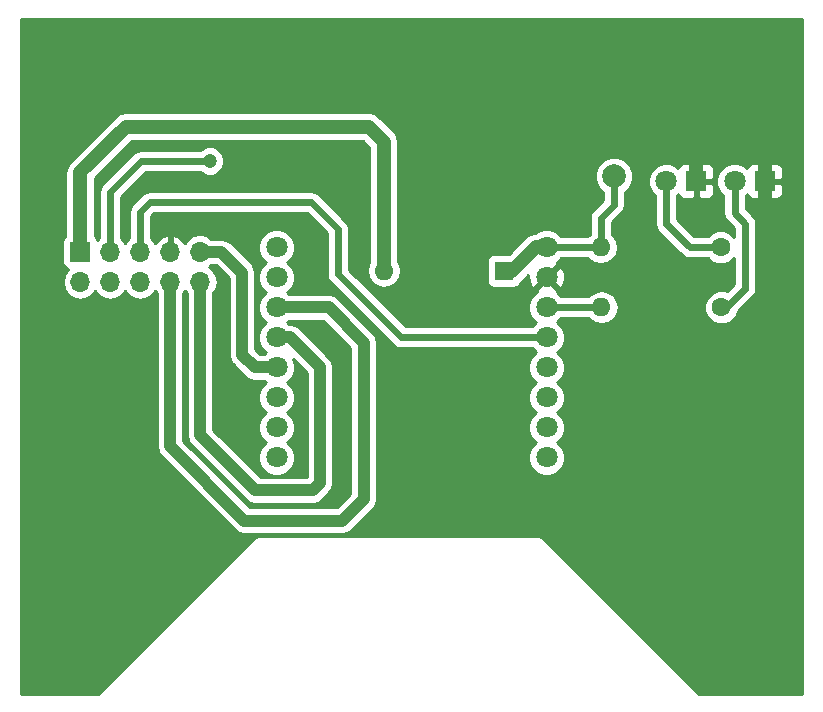
<source format=gbr>
G04 #@! TF.FileFunction,Copper,L2,Bot,Signal*
%FSLAX46Y46*%
G04 Gerber Fmt 4.6, Leading zero omitted, Abs format (unit mm)*
G04 Created by KiCad (PCBNEW 4.0.2+dfsg1-stable) date mié 25 sep 2019 12:34:31 CEST*
%MOMM*%
G01*
G04 APERTURE LIST*
%ADD10C,0.100000*%
%ADD11R,1.800000X1.800000*%
%ADD12C,1.800000*%
%ADD13R,1.600000X1.600000*%
%ADD14O,1.600000X1.600000*%
%ADD15C,1.998980*%
%ADD16R,1.700000X1.700000*%
%ADD17O,1.700000X1.700000*%
%ADD18C,1.600000*%
%ADD19C,1.200000*%
%ADD20C,1.200000*%
%ADD21C,0.600000*%
%ADD22C,1.000000*%
%ADD23C,0.254000*%
G04 APERTURE END LIST*
D10*
D11*
X108712000Y-45821600D03*
D12*
X106172000Y-45821600D03*
D11*
X102920800Y-45821600D03*
D12*
X100380800Y-45821600D03*
D13*
X86639400Y-53416200D03*
D14*
X76479400Y-53416200D03*
D15*
X95961200Y-45415200D03*
D16*
X50761900Y-51816000D03*
D17*
X50761900Y-54356000D03*
X53301900Y-51816000D03*
X53301900Y-54356000D03*
X55841900Y-51816000D03*
X55841900Y-54356000D03*
X58381900Y-51816000D03*
X58381900Y-54356000D03*
X60921900Y-51816000D03*
X60921900Y-54356000D03*
D18*
X105054400Y-56515000D03*
D14*
X94894400Y-56515000D03*
D18*
X104990900Y-51435000D03*
D14*
X94830900Y-51435000D03*
D12*
X67398900Y-51435000D03*
X67398900Y-53975000D03*
X67398900Y-56515000D03*
X67398900Y-59055000D03*
X67398900Y-61595000D03*
X67398900Y-64135000D03*
X67398900Y-66675000D03*
X67398900Y-69215000D03*
X90258900Y-69215000D03*
X90258900Y-66675000D03*
X90258900Y-64135000D03*
X90258900Y-61595000D03*
X90258900Y-59055000D03*
X90258900Y-56515000D03*
X90258900Y-53975000D03*
X90258900Y-51435000D03*
D19*
X93827600Y-67462400D03*
X72694800Y-60706000D03*
X72694800Y-60731400D03*
X69570600Y-63804800D03*
X61747400Y-44119800D03*
D20*
X108712000Y-45821600D02*
X108712000Y-61671200D01*
X102920800Y-67462400D02*
X93827600Y-67462400D01*
X108712000Y-61671200D02*
X102920800Y-67462400D01*
X102920800Y-45821600D02*
X102920800Y-43332400D01*
X108712000Y-43434000D02*
X108712000Y-45821600D01*
X106476800Y-41198800D02*
X108712000Y-43434000D01*
X105054400Y-41198800D02*
X106476800Y-41198800D01*
X102920800Y-43332400D02*
X105054400Y-41198800D01*
X72694800Y-60706000D02*
X72694800Y-60731400D01*
D21*
X105054400Y-56515000D02*
X105486200Y-56515000D01*
X105486200Y-56515000D02*
X107086400Y-54914800D01*
X106172000Y-48514000D02*
X106172000Y-45821600D01*
X107086400Y-49428400D02*
X106172000Y-48514000D01*
X107086400Y-54914800D02*
X107086400Y-49428400D01*
X105054400Y-56515000D02*
X105562400Y-56515000D01*
X100380800Y-45821600D02*
X100380800Y-49428400D01*
X102387400Y-51435000D02*
X104990900Y-51435000D01*
X100380800Y-49428400D02*
X102387400Y-51435000D01*
X94830900Y-51435000D02*
X94830900Y-48933100D01*
X95961200Y-47802800D02*
X95961200Y-45415200D01*
X94830900Y-48933100D02*
X95961200Y-47802800D01*
D20*
X86639400Y-53416200D02*
X87356600Y-53416200D01*
X87356600Y-53416200D02*
X89337800Y-51435000D01*
X89337800Y-51435000D02*
X90258900Y-51435000D01*
D21*
X90258900Y-51435000D02*
X94830900Y-51435000D01*
D20*
X76479400Y-53416200D02*
X76479400Y-42468800D01*
X50761900Y-45072300D02*
X50761900Y-51816000D01*
X54610000Y-41224200D02*
X50761900Y-45072300D01*
X75234800Y-41224200D02*
X54610000Y-41224200D01*
X76479400Y-42468800D02*
X75234800Y-41224200D01*
D22*
X50761900Y-51816000D02*
X50761900Y-51562000D01*
D21*
X53301900Y-51816000D02*
X53301900Y-46748700D01*
X55930800Y-44119800D02*
X61747400Y-44119800D01*
X53301900Y-46748700D02*
X55930800Y-44119800D01*
X55841900Y-51816000D02*
X55841900Y-48425100D01*
X77927200Y-59055000D02*
X90258900Y-59055000D01*
X72567800Y-53695600D02*
X77927200Y-59055000D01*
X72567800Y-49834800D02*
X72567800Y-53695600D01*
X70332600Y-47599600D02*
X72567800Y-49834800D01*
X56667400Y-47599600D02*
X70332600Y-47599600D01*
X55841900Y-48425100D02*
X56667400Y-47599600D01*
X55841900Y-51816000D02*
X55841900Y-51650500D01*
X55841900Y-51816000D02*
X55841900Y-51269900D01*
D22*
X58381900Y-54356000D02*
X58381900Y-68287900D01*
X71805800Y-56515000D02*
X67398900Y-56515000D01*
X74777600Y-59486800D02*
X71805800Y-56515000D01*
X74777600Y-72745600D02*
X74777600Y-59486800D01*
X72948800Y-74574400D02*
X74777600Y-72745600D01*
X64668400Y-74574400D02*
X72948800Y-74574400D01*
X58381900Y-68287900D02*
X64668400Y-74574400D01*
X60921900Y-51816000D02*
X62699900Y-51816000D01*
X65557400Y-61595000D02*
X67398900Y-61595000D01*
X64477900Y-60515500D02*
X65557400Y-61595000D01*
X64477900Y-53594000D02*
X64477900Y-60515500D01*
X62699900Y-51816000D02*
X64477900Y-53594000D01*
X60921900Y-54356000D02*
X60921900Y-67322700D01*
X68554600Y-59055000D02*
X67398900Y-59055000D01*
X71069200Y-61569600D02*
X68554600Y-59055000D01*
X71069200Y-71374000D02*
X71069200Y-61569600D01*
X70459600Y-71983600D02*
X71069200Y-71374000D01*
X65582800Y-71983600D02*
X70459600Y-71983600D01*
X60921900Y-67322700D02*
X65582800Y-71983600D01*
D21*
X90258900Y-56515000D02*
X94894400Y-56515000D01*
D23*
G36*
X111913600Y-89206000D02*
X103164092Y-89206000D01*
X90062446Y-76104354D01*
X89832105Y-75950446D01*
X89560400Y-75896400D01*
X65887600Y-75896400D01*
X65615895Y-75950446D01*
X65385554Y-76104354D01*
X52283908Y-89206000D01*
X45769600Y-89206000D01*
X45769600Y-50966000D01*
X49264460Y-50966000D01*
X49264460Y-52666000D01*
X49308738Y-52901317D01*
X49447810Y-53117441D01*
X49660010Y-53262431D01*
X49716354Y-53273841D01*
X49711846Y-53276853D01*
X49389939Y-53758622D01*
X49276900Y-54326907D01*
X49276900Y-54385093D01*
X49389939Y-54953378D01*
X49711846Y-55435147D01*
X50193615Y-55757054D01*
X50761900Y-55870093D01*
X51330185Y-55757054D01*
X51811954Y-55435147D01*
X52031900Y-55105974D01*
X52251846Y-55435147D01*
X52733615Y-55757054D01*
X53301900Y-55870093D01*
X53870185Y-55757054D01*
X54351954Y-55435147D01*
X54571900Y-55105974D01*
X54791846Y-55435147D01*
X55273615Y-55757054D01*
X55841900Y-55870093D01*
X56410185Y-55757054D01*
X56891954Y-55435147D01*
X57111900Y-55105974D01*
X57246900Y-55308016D01*
X57246900Y-68287900D01*
X57333297Y-68722246D01*
X57459425Y-68911009D01*
X57579334Y-69090466D01*
X63865834Y-75376967D01*
X64234055Y-75623004D01*
X64668400Y-75709400D01*
X72948800Y-75709400D01*
X73383146Y-75623003D01*
X73751366Y-75376966D01*
X75580166Y-73548166D01*
X75826203Y-73179946D01*
X75912600Y-72745600D01*
X75912600Y-59486800D01*
X75826203Y-59052454D01*
X75580166Y-58684234D01*
X72608366Y-55712434D01*
X72591369Y-55701077D01*
X72240146Y-55466397D01*
X71805800Y-55380000D01*
X68434805Y-55380000D01*
X68299718Y-55244677D01*
X68699451Y-54845643D01*
X68933633Y-54281670D01*
X68934165Y-53671009D01*
X68700968Y-53106629D01*
X68299718Y-52704677D01*
X68699451Y-52305643D01*
X68933633Y-51741670D01*
X68934165Y-51131009D01*
X68700968Y-50566629D01*
X68269543Y-50134449D01*
X67705570Y-49900267D01*
X67094909Y-49899735D01*
X66530529Y-50132932D01*
X66098349Y-50564357D01*
X65864167Y-51128330D01*
X65863635Y-51738991D01*
X66096832Y-52303371D01*
X66498082Y-52705323D01*
X66098349Y-53104357D01*
X65864167Y-53668330D01*
X65863635Y-54278991D01*
X66096832Y-54843371D01*
X66498082Y-55245323D01*
X66098349Y-55644357D01*
X65864167Y-56208330D01*
X65863635Y-56818991D01*
X66096832Y-57383371D01*
X66498082Y-57785323D01*
X66098349Y-58184357D01*
X65864167Y-58748330D01*
X65863635Y-59358991D01*
X66096832Y-59923371D01*
X66498082Y-60325323D01*
X66363169Y-60460000D01*
X66027533Y-60460000D01*
X65612900Y-60045368D01*
X65612900Y-53594000D01*
X65526503Y-53159654D01*
X65280466Y-52791434D01*
X63502466Y-51013434D01*
X63426067Y-50962386D01*
X63134246Y-50767397D01*
X62699900Y-50681000D01*
X61888364Y-50681000D01*
X61490185Y-50414946D01*
X60921900Y-50301907D01*
X60353615Y-50414946D01*
X59871846Y-50736853D01*
X59644198Y-51077553D01*
X59577083Y-50934642D01*
X59148824Y-50544355D01*
X58738790Y-50374524D01*
X58508900Y-50495845D01*
X58508900Y-51689000D01*
X58528900Y-51689000D01*
X58528900Y-51943000D01*
X58508900Y-51943000D01*
X58508900Y-51963000D01*
X58254900Y-51963000D01*
X58254900Y-51943000D01*
X58234900Y-51943000D01*
X58234900Y-51689000D01*
X58254900Y-51689000D01*
X58254900Y-50495845D01*
X58025010Y-50374524D01*
X57614976Y-50544355D01*
X57186717Y-50934642D01*
X57119602Y-51077553D01*
X56891954Y-50736853D01*
X56776900Y-50659977D01*
X56776900Y-48812390D01*
X57054690Y-48534600D01*
X69945310Y-48534600D01*
X71632800Y-50222090D01*
X71632800Y-53695600D01*
X71703973Y-54053409D01*
X71906655Y-54356745D01*
X77266055Y-59716145D01*
X77569391Y-59918827D01*
X77927200Y-59990000D01*
X89023345Y-59990000D01*
X89358082Y-60325323D01*
X88958349Y-60724357D01*
X88724167Y-61288330D01*
X88723635Y-61898991D01*
X88956832Y-62463371D01*
X89358082Y-62865323D01*
X88958349Y-63264357D01*
X88724167Y-63828330D01*
X88723635Y-64438991D01*
X88956832Y-65003371D01*
X89358082Y-65405323D01*
X88958349Y-65804357D01*
X88724167Y-66368330D01*
X88723635Y-66978991D01*
X88956832Y-67543371D01*
X89358082Y-67945323D01*
X88958349Y-68344357D01*
X88724167Y-68908330D01*
X88723635Y-69518991D01*
X88956832Y-70083371D01*
X89388257Y-70515551D01*
X89952230Y-70749733D01*
X90562891Y-70750265D01*
X91127271Y-70517068D01*
X91559451Y-70085643D01*
X91793633Y-69521670D01*
X91794165Y-68911009D01*
X91560968Y-68346629D01*
X91159718Y-67944677D01*
X91559451Y-67545643D01*
X91793633Y-66981670D01*
X91794165Y-66371009D01*
X91560968Y-65806629D01*
X91159718Y-65404677D01*
X91559451Y-65005643D01*
X91793633Y-64441670D01*
X91794165Y-63831009D01*
X91560968Y-63266629D01*
X91159718Y-62864677D01*
X91559451Y-62465643D01*
X91793633Y-61901670D01*
X91794165Y-61291009D01*
X91560968Y-60726629D01*
X91159718Y-60324677D01*
X91559451Y-59925643D01*
X91793633Y-59361670D01*
X91794165Y-58751009D01*
X91560968Y-58186629D01*
X91159718Y-57784677D01*
X91494981Y-57450000D01*
X93798336Y-57450000D01*
X93851589Y-57529698D01*
X94317136Y-57840767D01*
X94866287Y-57950000D01*
X94922513Y-57950000D01*
X95471664Y-57840767D01*
X95937211Y-57529698D01*
X96248280Y-57064151D01*
X96357513Y-56515000D01*
X96248280Y-55965849D01*
X95937211Y-55500302D01*
X95471664Y-55189233D01*
X94922513Y-55080000D01*
X94866287Y-55080000D01*
X94317136Y-55189233D01*
X93851589Y-55500302D01*
X93798336Y-55580000D01*
X91494455Y-55580000D01*
X91129543Y-55214449D01*
X91108706Y-55205797D01*
X91159454Y-55055159D01*
X90258900Y-54154605D01*
X89358346Y-55055159D01*
X89408935Y-55205327D01*
X89390529Y-55212932D01*
X88958349Y-55644357D01*
X88724167Y-56208330D01*
X88723635Y-56818991D01*
X88956832Y-57383371D01*
X89358082Y-57785323D01*
X89022819Y-58120000D01*
X78314490Y-58120000D01*
X73502800Y-53308310D01*
X73502800Y-49834800D01*
X73431627Y-49476991D01*
X73228945Y-49173655D01*
X70993745Y-46938455D01*
X70690409Y-46735773D01*
X70332600Y-46664600D01*
X56667400Y-46664600D01*
X56309591Y-46735773D01*
X56006255Y-46938455D01*
X55180755Y-47763955D01*
X54978073Y-48067291D01*
X54906900Y-48425100D01*
X54906900Y-50659977D01*
X54791846Y-50736853D01*
X54571900Y-51066026D01*
X54351954Y-50736853D01*
X54236900Y-50659977D01*
X54236900Y-47135990D01*
X56318090Y-45054800D01*
X60935738Y-45054800D01*
X61046915Y-45166171D01*
X61500666Y-45354585D01*
X61991979Y-45355014D01*
X62446057Y-45167392D01*
X62793771Y-44820285D01*
X62982185Y-44366534D01*
X62982614Y-43875221D01*
X62794992Y-43421143D01*
X62447885Y-43073429D01*
X61994134Y-42885015D01*
X61502821Y-42884586D01*
X61048743Y-43072208D01*
X60935954Y-43184800D01*
X55930800Y-43184800D01*
X55572991Y-43255973D01*
X55269655Y-43458655D01*
X52640755Y-46087555D01*
X52438073Y-46390891D01*
X52366900Y-46748700D01*
X52366900Y-50659977D01*
X52251846Y-50736853D01*
X52224050Y-50778452D01*
X52215062Y-50730683D01*
X52075990Y-50514559D01*
X51996900Y-50460519D01*
X51996900Y-45583854D01*
X55121554Y-42459200D01*
X74723246Y-42459200D01*
X75244400Y-42980354D01*
X75244400Y-52689133D01*
X75125520Y-52867049D01*
X75016287Y-53416200D01*
X75125520Y-53965351D01*
X75436589Y-54430898D01*
X75902136Y-54741967D01*
X76451287Y-54851200D01*
X76507513Y-54851200D01*
X77056664Y-54741967D01*
X77522211Y-54430898D01*
X77833280Y-53965351D01*
X77942513Y-53416200D01*
X77833280Y-52867049D01*
X77714400Y-52689133D01*
X77714400Y-52616200D01*
X85191960Y-52616200D01*
X85191960Y-54216200D01*
X85236238Y-54451517D01*
X85375310Y-54667641D01*
X85587510Y-54812631D01*
X85839400Y-54863640D01*
X87439400Y-54863640D01*
X87674717Y-54819362D01*
X87890841Y-54680290D01*
X88035831Y-54468090D01*
X88047296Y-54411473D01*
X88229877Y-54289477D01*
X88715367Y-53803987D01*
X88738061Y-54344460D01*
X88922257Y-54789148D01*
X89178741Y-54875554D01*
X90079295Y-53975000D01*
X90438505Y-53975000D01*
X91339059Y-54875554D01*
X91595543Y-54789148D01*
X91805358Y-54215664D01*
X91779739Y-53605540D01*
X91595543Y-53160852D01*
X91339059Y-53074446D01*
X90438505Y-53975000D01*
X90079295Y-53975000D01*
X90065153Y-53960858D01*
X90244758Y-53781253D01*
X90258900Y-53795395D01*
X91159454Y-52894841D01*
X91108865Y-52744673D01*
X91127271Y-52737068D01*
X91494981Y-52370000D01*
X93734836Y-52370000D01*
X93788089Y-52449698D01*
X94253636Y-52760767D01*
X94802787Y-52870000D01*
X94859013Y-52870000D01*
X95408164Y-52760767D01*
X95873711Y-52449698D01*
X96184780Y-51984151D01*
X96294013Y-51435000D01*
X96184780Y-50885849D01*
X95873711Y-50420302D01*
X95765900Y-50348265D01*
X95765900Y-49320390D01*
X96622345Y-48463945D01*
X96758118Y-48260745D01*
X96825027Y-48160609D01*
X96843589Y-48067291D01*
X96896201Y-47802800D01*
X96896200Y-47802795D01*
X96896200Y-46791335D01*
X97346046Y-46342273D01*
X97436020Y-46125591D01*
X98845535Y-46125591D01*
X99078732Y-46689971D01*
X99445800Y-47057681D01*
X99445800Y-49428400D01*
X99516973Y-49786209D01*
X99719655Y-50089545D01*
X101726255Y-52096145D01*
X102029591Y-52298827D01*
X102387400Y-52370000D01*
X103896642Y-52370000D01*
X104176977Y-52650824D01*
X104704209Y-52869750D01*
X105275087Y-52870248D01*
X105802700Y-52652243D01*
X106151400Y-52304151D01*
X106151400Y-54527510D01*
X105523088Y-55155822D01*
X105341091Y-55080250D01*
X104770213Y-55079752D01*
X104242600Y-55297757D01*
X103838576Y-55701077D01*
X103619650Y-56228309D01*
X103619152Y-56799187D01*
X103837157Y-57326800D01*
X104240477Y-57730824D01*
X104767709Y-57949750D01*
X105338587Y-57950248D01*
X105866200Y-57732243D01*
X106270224Y-57328923D01*
X106465966Y-56857524D01*
X107747545Y-55575945D01*
X107841623Y-55435147D01*
X107950227Y-55272609D01*
X107993481Y-55055159D01*
X108021401Y-54914800D01*
X108021400Y-54914795D01*
X108021400Y-49428400D01*
X107950227Y-49070591D01*
X107747545Y-48767255D01*
X107107000Y-48126710D01*
X107107000Y-47057155D01*
X107217841Y-46946508D01*
X107273673Y-47081299D01*
X107452302Y-47259927D01*
X107685691Y-47356600D01*
X108426250Y-47356600D01*
X108585000Y-47197850D01*
X108585000Y-45948600D01*
X108839000Y-45948600D01*
X108839000Y-47197850D01*
X108997750Y-47356600D01*
X109738309Y-47356600D01*
X109971698Y-47259927D01*
X110150327Y-47081299D01*
X110247000Y-46847910D01*
X110247000Y-46107350D01*
X110088250Y-45948600D01*
X108839000Y-45948600D01*
X108585000Y-45948600D01*
X108565000Y-45948600D01*
X108565000Y-45694600D01*
X108585000Y-45694600D01*
X108585000Y-44445350D01*
X108839000Y-44445350D01*
X108839000Y-45694600D01*
X110088250Y-45694600D01*
X110247000Y-45535850D01*
X110247000Y-44795290D01*
X110150327Y-44561901D01*
X109971698Y-44383273D01*
X109738309Y-44286600D01*
X108997750Y-44286600D01*
X108839000Y-44445350D01*
X108585000Y-44445350D01*
X108426250Y-44286600D01*
X107685691Y-44286600D01*
X107452302Y-44383273D01*
X107273673Y-44561901D01*
X107217881Y-44696594D01*
X107042643Y-44521049D01*
X106478670Y-44286867D01*
X105868009Y-44286335D01*
X105303629Y-44519532D01*
X104871449Y-44950957D01*
X104637267Y-45514930D01*
X104636735Y-46125591D01*
X104869932Y-46689971D01*
X105237000Y-47057681D01*
X105237000Y-48514000D01*
X105308173Y-48871809D01*
X105510855Y-49175145D01*
X106151400Y-49815690D01*
X106151400Y-50566358D01*
X105804823Y-50219176D01*
X105277591Y-50000250D01*
X104706713Y-49999752D01*
X104179100Y-50217757D01*
X103896364Y-50500000D01*
X102774690Y-50500000D01*
X101315800Y-49041110D01*
X101315800Y-47057155D01*
X101426641Y-46946508D01*
X101482473Y-47081299D01*
X101661102Y-47259927D01*
X101894491Y-47356600D01*
X102635050Y-47356600D01*
X102793800Y-47197850D01*
X102793800Y-45948600D01*
X103047800Y-45948600D01*
X103047800Y-47197850D01*
X103206550Y-47356600D01*
X103947109Y-47356600D01*
X104180498Y-47259927D01*
X104359127Y-47081299D01*
X104455800Y-46847910D01*
X104455800Y-46107350D01*
X104297050Y-45948600D01*
X103047800Y-45948600D01*
X102793800Y-45948600D01*
X102773800Y-45948600D01*
X102773800Y-45694600D01*
X102793800Y-45694600D01*
X102793800Y-44445350D01*
X103047800Y-44445350D01*
X103047800Y-45694600D01*
X104297050Y-45694600D01*
X104455800Y-45535850D01*
X104455800Y-44795290D01*
X104359127Y-44561901D01*
X104180498Y-44383273D01*
X103947109Y-44286600D01*
X103206550Y-44286600D01*
X103047800Y-44445350D01*
X102793800Y-44445350D01*
X102635050Y-44286600D01*
X101894491Y-44286600D01*
X101661102Y-44383273D01*
X101482473Y-44561901D01*
X101426681Y-44696594D01*
X101251443Y-44521049D01*
X100687470Y-44286867D01*
X100076809Y-44286335D01*
X99512429Y-44519532D01*
X99080249Y-44950957D01*
X98846067Y-45514930D01*
X98845535Y-46125591D01*
X97436020Y-46125591D01*
X97595406Y-45741747D01*
X97595974Y-45091506D01*
X97347662Y-44490545D01*
X96888273Y-44030354D01*
X96287747Y-43780994D01*
X95637506Y-43780426D01*
X95036545Y-44028738D01*
X94576354Y-44488127D01*
X94326994Y-45088653D01*
X94326426Y-45738894D01*
X94574738Y-46339855D01*
X95026200Y-46792105D01*
X95026200Y-47415510D01*
X94169755Y-48271955D01*
X93967073Y-48575291D01*
X93895900Y-48933100D01*
X93895900Y-50348265D01*
X93788089Y-50420302D01*
X93734836Y-50500000D01*
X91494455Y-50500000D01*
X91129543Y-50134449D01*
X90565570Y-49900267D01*
X89954909Y-49899735D01*
X89390529Y-50132932D01*
X89319746Y-50203591D01*
X88865186Y-50294009D01*
X88464523Y-50561723D01*
X87057486Y-51968760D01*
X85839400Y-51968760D01*
X85604083Y-52013038D01*
X85387959Y-52152110D01*
X85242969Y-52364310D01*
X85191960Y-52616200D01*
X77714400Y-52616200D01*
X77714400Y-42468800D01*
X77620391Y-41996186D01*
X77352677Y-41595523D01*
X76108077Y-40350923D01*
X75707414Y-40083209D01*
X75234800Y-39989200D01*
X54610000Y-39989200D01*
X54137386Y-40083209D01*
X53736723Y-40350923D01*
X49888623Y-44199023D01*
X49620909Y-44599686D01*
X49526900Y-45072300D01*
X49526900Y-50459156D01*
X49460459Y-50501910D01*
X49315469Y-50714110D01*
X49264460Y-50966000D01*
X45769600Y-50966000D01*
X45769600Y-32053600D01*
X111913600Y-32053600D01*
X111913600Y-89206000D01*
X111913600Y-89206000D01*
G37*
X111913600Y-89206000D02*
X103164092Y-89206000D01*
X90062446Y-76104354D01*
X89832105Y-75950446D01*
X89560400Y-75896400D01*
X65887600Y-75896400D01*
X65615895Y-75950446D01*
X65385554Y-76104354D01*
X52283908Y-89206000D01*
X45769600Y-89206000D01*
X45769600Y-50966000D01*
X49264460Y-50966000D01*
X49264460Y-52666000D01*
X49308738Y-52901317D01*
X49447810Y-53117441D01*
X49660010Y-53262431D01*
X49716354Y-53273841D01*
X49711846Y-53276853D01*
X49389939Y-53758622D01*
X49276900Y-54326907D01*
X49276900Y-54385093D01*
X49389939Y-54953378D01*
X49711846Y-55435147D01*
X50193615Y-55757054D01*
X50761900Y-55870093D01*
X51330185Y-55757054D01*
X51811954Y-55435147D01*
X52031900Y-55105974D01*
X52251846Y-55435147D01*
X52733615Y-55757054D01*
X53301900Y-55870093D01*
X53870185Y-55757054D01*
X54351954Y-55435147D01*
X54571900Y-55105974D01*
X54791846Y-55435147D01*
X55273615Y-55757054D01*
X55841900Y-55870093D01*
X56410185Y-55757054D01*
X56891954Y-55435147D01*
X57111900Y-55105974D01*
X57246900Y-55308016D01*
X57246900Y-68287900D01*
X57333297Y-68722246D01*
X57459425Y-68911009D01*
X57579334Y-69090466D01*
X63865834Y-75376967D01*
X64234055Y-75623004D01*
X64668400Y-75709400D01*
X72948800Y-75709400D01*
X73383146Y-75623003D01*
X73751366Y-75376966D01*
X75580166Y-73548166D01*
X75826203Y-73179946D01*
X75912600Y-72745600D01*
X75912600Y-59486800D01*
X75826203Y-59052454D01*
X75580166Y-58684234D01*
X72608366Y-55712434D01*
X72591369Y-55701077D01*
X72240146Y-55466397D01*
X71805800Y-55380000D01*
X68434805Y-55380000D01*
X68299718Y-55244677D01*
X68699451Y-54845643D01*
X68933633Y-54281670D01*
X68934165Y-53671009D01*
X68700968Y-53106629D01*
X68299718Y-52704677D01*
X68699451Y-52305643D01*
X68933633Y-51741670D01*
X68934165Y-51131009D01*
X68700968Y-50566629D01*
X68269543Y-50134449D01*
X67705570Y-49900267D01*
X67094909Y-49899735D01*
X66530529Y-50132932D01*
X66098349Y-50564357D01*
X65864167Y-51128330D01*
X65863635Y-51738991D01*
X66096832Y-52303371D01*
X66498082Y-52705323D01*
X66098349Y-53104357D01*
X65864167Y-53668330D01*
X65863635Y-54278991D01*
X66096832Y-54843371D01*
X66498082Y-55245323D01*
X66098349Y-55644357D01*
X65864167Y-56208330D01*
X65863635Y-56818991D01*
X66096832Y-57383371D01*
X66498082Y-57785323D01*
X66098349Y-58184357D01*
X65864167Y-58748330D01*
X65863635Y-59358991D01*
X66096832Y-59923371D01*
X66498082Y-60325323D01*
X66363169Y-60460000D01*
X66027533Y-60460000D01*
X65612900Y-60045368D01*
X65612900Y-53594000D01*
X65526503Y-53159654D01*
X65280466Y-52791434D01*
X63502466Y-51013434D01*
X63426067Y-50962386D01*
X63134246Y-50767397D01*
X62699900Y-50681000D01*
X61888364Y-50681000D01*
X61490185Y-50414946D01*
X60921900Y-50301907D01*
X60353615Y-50414946D01*
X59871846Y-50736853D01*
X59644198Y-51077553D01*
X59577083Y-50934642D01*
X59148824Y-50544355D01*
X58738790Y-50374524D01*
X58508900Y-50495845D01*
X58508900Y-51689000D01*
X58528900Y-51689000D01*
X58528900Y-51943000D01*
X58508900Y-51943000D01*
X58508900Y-51963000D01*
X58254900Y-51963000D01*
X58254900Y-51943000D01*
X58234900Y-51943000D01*
X58234900Y-51689000D01*
X58254900Y-51689000D01*
X58254900Y-50495845D01*
X58025010Y-50374524D01*
X57614976Y-50544355D01*
X57186717Y-50934642D01*
X57119602Y-51077553D01*
X56891954Y-50736853D01*
X56776900Y-50659977D01*
X56776900Y-48812390D01*
X57054690Y-48534600D01*
X69945310Y-48534600D01*
X71632800Y-50222090D01*
X71632800Y-53695600D01*
X71703973Y-54053409D01*
X71906655Y-54356745D01*
X77266055Y-59716145D01*
X77569391Y-59918827D01*
X77927200Y-59990000D01*
X89023345Y-59990000D01*
X89358082Y-60325323D01*
X88958349Y-60724357D01*
X88724167Y-61288330D01*
X88723635Y-61898991D01*
X88956832Y-62463371D01*
X89358082Y-62865323D01*
X88958349Y-63264357D01*
X88724167Y-63828330D01*
X88723635Y-64438991D01*
X88956832Y-65003371D01*
X89358082Y-65405323D01*
X88958349Y-65804357D01*
X88724167Y-66368330D01*
X88723635Y-66978991D01*
X88956832Y-67543371D01*
X89358082Y-67945323D01*
X88958349Y-68344357D01*
X88724167Y-68908330D01*
X88723635Y-69518991D01*
X88956832Y-70083371D01*
X89388257Y-70515551D01*
X89952230Y-70749733D01*
X90562891Y-70750265D01*
X91127271Y-70517068D01*
X91559451Y-70085643D01*
X91793633Y-69521670D01*
X91794165Y-68911009D01*
X91560968Y-68346629D01*
X91159718Y-67944677D01*
X91559451Y-67545643D01*
X91793633Y-66981670D01*
X91794165Y-66371009D01*
X91560968Y-65806629D01*
X91159718Y-65404677D01*
X91559451Y-65005643D01*
X91793633Y-64441670D01*
X91794165Y-63831009D01*
X91560968Y-63266629D01*
X91159718Y-62864677D01*
X91559451Y-62465643D01*
X91793633Y-61901670D01*
X91794165Y-61291009D01*
X91560968Y-60726629D01*
X91159718Y-60324677D01*
X91559451Y-59925643D01*
X91793633Y-59361670D01*
X91794165Y-58751009D01*
X91560968Y-58186629D01*
X91159718Y-57784677D01*
X91494981Y-57450000D01*
X93798336Y-57450000D01*
X93851589Y-57529698D01*
X94317136Y-57840767D01*
X94866287Y-57950000D01*
X94922513Y-57950000D01*
X95471664Y-57840767D01*
X95937211Y-57529698D01*
X96248280Y-57064151D01*
X96357513Y-56515000D01*
X96248280Y-55965849D01*
X95937211Y-55500302D01*
X95471664Y-55189233D01*
X94922513Y-55080000D01*
X94866287Y-55080000D01*
X94317136Y-55189233D01*
X93851589Y-55500302D01*
X93798336Y-55580000D01*
X91494455Y-55580000D01*
X91129543Y-55214449D01*
X91108706Y-55205797D01*
X91159454Y-55055159D01*
X90258900Y-54154605D01*
X89358346Y-55055159D01*
X89408935Y-55205327D01*
X89390529Y-55212932D01*
X88958349Y-55644357D01*
X88724167Y-56208330D01*
X88723635Y-56818991D01*
X88956832Y-57383371D01*
X89358082Y-57785323D01*
X89022819Y-58120000D01*
X78314490Y-58120000D01*
X73502800Y-53308310D01*
X73502800Y-49834800D01*
X73431627Y-49476991D01*
X73228945Y-49173655D01*
X70993745Y-46938455D01*
X70690409Y-46735773D01*
X70332600Y-46664600D01*
X56667400Y-46664600D01*
X56309591Y-46735773D01*
X56006255Y-46938455D01*
X55180755Y-47763955D01*
X54978073Y-48067291D01*
X54906900Y-48425100D01*
X54906900Y-50659977D01*
X54791846Y-50736853D01*
X54571900Y-51066026D01*
X54351954Y-50736853D01*
X54236900Y-50659977D01*
X54236900Y-47135990D01*
X56318090Y-45054800D01*
X60935738Y-45054800D01*
X61046915Y-45166171D01*
X61500666Y-45354585D01*
X61991979Y-45355014D01*
X62446057Y-45167392D01*
X62793771Y-44820285D01*
X62982185Y-44366534D01*
X62982614Y-43875221D01*
X62794992Y-43421143D01*
X62447885Y-43073429D01*
X61994134Y-42885015D01*
X61502821Y-42884586D01*
X61048743Y-43072208D01*
X60935954Y-43184800D01*
X55930800Y-43184800D01*
X55572991Y-43255973D01*
X55269655Y-43458655D01*
X52640755Y-46087555D01*
X52438073Y-46390891D01*
X52366900Y-46748700D01*
X52366900Y-50659977D01*
X52251846Y-50736853D01*
X52224050Y-50778452D01*
X52215062Y-50730683D01*
X52075990Y-50514559D01*
X51996900Y-50460519D01*
X51996900Y-45583854D01*
X55121554Y-42459200D01*
X74723246Y-42459200D01*
X75244400Y-42980354D01*
X75244400Y-52689133D01*
X75125520Y-52867049D01*
X75016287Y-53416200D01*
X75125520Y-53965351D01*
X75436589Y-54430898D01*
X75902136Y-54741967D01*
X76451287Y-54851200D01*
X76507513Y-54851200D01*
X77056664Y-54741967D01*
X77522211Y-54430898D01*
X77833280Y-53965351D01*
X77942513Y-53416200D01*
X77833280Y-52867049D01*
X77714400Y-52689133D01*
X77714400Y-52616200D01*
X85191960Y-52616200D01*
X85191960Y-54216200D01*
X85236238Y-54451517D01*
X85375310Y-54667641D01*
X85587510Y-54812631D01*
X85839400Y-54863640D01*
X87439400Y-54863640D01*
X87674717Y-54819362D01*
X87890841Y-54680290D01*
X88035831Y-54468090D01*
X88047296Y-54411473D01*
X88229877Y-54289477D01*
X88715367Y-53803987D01*
X88738061Y-54344460D01*
X88922257Y-54789148D01*
X89178741Y-54875554D01*
X90079295Y-53975000D01*
X90438505Y-53975000D01*
X91339059Y-54875554D01*
X91595543Y-54789148D01*
X91805358Y-54215664D01*
X91779739Y-53605540D01*
X91595543Y-53160852D01*
X91339059Y-53074446D01*
X90438505Y-53975000D01*
X90079295Y-53975000D01*
X90065153Y-53960858D01*
X90244758Y-53781253D01*
X90258900Y-53795395D01*
X91159454Y-52894841D01*
X91108865Y-52744673D01*
X91127271Y-52737068D01*
X91494981Y-52370000D01*
X93734836Y-52370000D01*
X93788089Y-52449698D01*
X94253636Y-52760767D01*
X94802787Y-52870000D01*
X94859013Y-52870000D01*
X95408164Y-52760767D01*
X95873711Y-52449698D01*
X96184780Y-51984151D01*
X96294013Y-51435000D01*
X96184780Y-50885849D01*
X95873711Y-50420302D01*
X95765900Y-50348265D01*
X95765900Y-49320390D01*
X96622345Y-48463945D01*
X96758118Y-48260745D01*
X96825027Y-48160609D01*
X96843589Y-48067291D01*
X96896201Y-47802800D01*
X96896200Y-47802795D01*
X96896200Y-46791335D01*
X97346046Y-46342273D01*
X97436020Y-46125591D01*
X98845535Y-46125591D01*
X99078732Y-46689971D01*
X99445800Y-47057681D01*
X99445800Y-49428400D01*
X99516973Y-49786209D01*
X99719655Y-50089545D01*
X101726255Y-52096145D01*
X102029591Y-52298827D01*
X102387400Y-52370000D01*
X103896642Y-52370000D01*
X104176977Y-52650824D01*
X104704209Y-52869750D01*
X105275087Y-52870248D01*
X105802700Y-52652243D01*
X106151400Y-52304151D01*
X106151400Y-54527510D01*
X105523088Y-55155822D01*
X105341091Y-55080250D01*
X104770213Y-55079752D01*
X104242600Y-55297757D01*
X103838576Y-55701077D01*
X103619650Y-56228309D01*
X103619152Y-56799187D01*
X103837157Y-57326800D01*
X104240477Y-57730824D01*
X104767709Y-57949750D01*
X105338587Y-57950248D01*
X105866200Y-57732243D01*
X106270224Y-57328923D01*
X106465966Y-56857524D01*
X107747545Y-55575945D01*
X107841623Y-55435147D01*
X107950227Y-55272609D01*
X107993481Y-55055159D01*
X108021401Y-54914800D01*
X108021400Y-54914795D01*
X108021400Y-49428400D01*
X107950227Y-49070591D01*
X107747545Y-48767255D01*
X107107000Y-48126710D01*
X107107000Y-47057155D01*
X107217841Y-46946508D01*
X107273673Y-47081299D01*
X107452302Y-47259927D01*
X107685691Y-47356600D01*
X108426250Y-47356600D01*
X108585000Y-47197850D01*
X108585000Y-45948600D01*
X108839000Y-45948600D01*
X108839000Y-47197850D01*
X108997750Y-47356600D01*
X109738309Y-47356600D01*
X109971698Y-47259927D01*
X110150327Y-47081299D01*
X110247000Y-46847910D01*
X110247000Y-46107350D01*
X110088250Y-45948600D01*
X108839000Y-45948600D01*
X108585000Y-45948600D01*
X108565000Y-45948600D01*
X108565000Y-45694600D01*
X108585000Y-45694600D01*
X108585000Y-44445350D01*
X108839000Y-44445350D01*
X108839000Y-45694600D01*
X110088250Y-45694600D01*
X110247000Y-45535850D01*
X110247000Y-44795290D01*
X110150327Y-44561901D01*
X109971698Y-44383273D01*
X109738309Y-44286600D01*
X108997750Y-44286600D01*
X108839000Y-44445350D01*
X108585000Y-44445350D01*
X108426250Y-44286600D01*
X107685691Y-44286600D01*
X107452302Y-44383273D01*
X107273673Y-44561901D01*
X107217881Y-44696594D01*
X107042643Y-44521049D01*
X106478670Y-44286867D01*
X105868009Y-44286335D01*
X105303629Y-44519532D01*
X104871449Y-44950957D01*
X104637267Y-45514930D01*
X104636735Y-46125591D01*
X104869932Y-46689971D01*
X105237000Y-47057681D01*
X105237000Y-48514000D01*
X105308173Y-48871809D01*
X105510855Y-49175145D01*
X106151400Y-49815690D01*
X106151400Y-50566358D01*
X105804823Y-50219176D01*
X105277591Y-50000250D01*
X104706713Y-49999752D01*
X104179100Y-50217757D01*
X103896364Y-50500000D01*
X102774690Y-50500000D01*
X101315800Y-49041110D01*
X101315800Y-47057155D01*
X101426641Y-46946508D01*
X101482473Y-47081299D01*
X101661102Y-47259927D01*
X101894491Y-47356600D01*
X102635050Y-47356600D01*
X102793800Y-47197850D01*
X102793800Y-45948600D01*
X103047800Y-45948600D01*
X103047800Y-47197850D01*
X103206550Y-47356600D01*
X103947109Y-47356600D01*
X104180498Y-47259927D01*
X104359127Y-47081299D01*
X104455800Y-46847910D01*
X104455800Y-46107350D01*
X104297050Y-45948600D01*
X103047800Y-45948600D01*
X102793800Y-45948600D01*
X102773800Y-45948600D01*
X102773800Y-45694600D01*
X102793800Y-45694600D01*
X102793800Y-44445350D01*
X103047800Y-44445350D01*
X103047800Y-45694600D01*
X104297050Y-45694600D01*
X104455800Y-45535850D01*
X104455800Y-44795290D01*
X104359127Y-44561901D01*
X104180498Y-44383273D01*
X103947109Y-44286600D01*
X103206550Y-44286600D01*
X103047800Y-44445350D01*
X102793800Y-44445350D01*
X102635050Y-44286600D01*
X101894491Y-44286600D01*
X101661102Y-44383273D01*
X101482473Y-44561901D01*
X101426681Y-44696594D01*
X101251443Y-44521049D01*
X100687470Y-44286867D01*
X100076809Y-44286335D01*
X99512429Y-44519532D01*
X99080249Y-44950957D01*
X98846067Y-45514930D01*
X98845535Y-46125591D01*
X97436020Y-46125591D01*
X97595406Y-45741747D01*
X97595974Y-45091506D01*
X97347662Y-44490545D01*
X96888273Y-44030354D01*
X96287747Y-43780994D01*
X95637506Y-43780426D01*
X95036545Y-44028738D01*
X94576354Y-44488127D01*
X94326994Y-45088653D01*
X94326426Y-45738894D01*
X94574738Y-46339855D01*
X95026200Y-46792105D01*
X95026200Y-47415510D01*
X94169755Y-48271955D01*
X93967073Y-48575291D01*
X93895900Y-48933100D01*
X93895900Y-50348265D01*
X93788089Y-50420302D01*
X93734836Y-50500000D01*
X91494455Y-50500000D01*
X91129543Y-50134449D01*
X90565570Y-49900267D01*
X89954909Y-49899735D01*
X89390529Y-50132932D01*
X89319746Y-50203591D01*
X88865186Y-50294009D01*
X88464523Y-50561723D01*
X87057486Y-51968760D01*
X85839400Y-51968760D01*
X85604083Y-52013038D01*
X85387959Y-52152110D01*
X85242969Y-52364310D01*
X85191960Y-52616200D01*
X77714400Y-52616200D01*
X77714400Y-42468800D01*
X77620391Y-41996186D01*
X77352677Y-41595523D01*
X76108077Y-40350923D01*
X75707414Y-40083209D01*
X75234800Y-39989200D01*
X54610000Y-39989200D01*
X54137386Y-40083209D01*
X53736723Y-40350923D01*
X49888623Y-44199023D01*
X49620909Y-44599686D01*
X49526900Y-45072300D01*
X49526900Y-50459156D01*
X49460459Y-50501910D01*
X49315469Y-50714110D01*
X49264460Y-50966000D01*
X45769600Y-50966000D01*
X45769600Y-32053600D01*
X111913600Y-32053600D01*
X111913600Y-89206000D01*
G36*
X59786900Y-55308016D02*
X59786900Y-67322700D01*
X59873297Y-67757046D01*
X60019298Y-67975551D01*
X60119334Y-68125266D01*
X64780234Y-72786166D01*
X65148454Y-73032203D01*
X65582800Y-73118600D01*
X70459600Y-73118600D01*
X70893946Y-73032203D01*
X71262166Y-72786166D01*
X71871766Y-72176566D01*
X72117804Y-71808345D01*
X72204200Y-71374000D01*
X72204200Y-61569600D01*
X72117803Y-61135254D01*
X71871766Y-60767034D01*
X69357166Y-58252434D01*
X68988946Y-58006397D01*
X68554600Y-57920000D01*
X68434805Y-57920000D01*
X68299718Y-57784677D01*
X68434631Y-57650000D01*
X71335668Y-57650000D01*
X73642600Y-59956932D01*
X73642600Y-72275468D01*
X72478668Y-73439400D01*
X65138533Y-73439400D01*
X59516900Y-67817768D01*
X59516900Y-55308016D01*
X59651900Y-55105974D01*
X59786900Y-55308016D01*
X59786900Y-55308016D01*
G37*
X59786900Y-55308016D02*
X59786900Y-67322700D01*
X59873297Y-67757046D01*
X60019298Y-67975551D01*
X60119334Y-68125266D01*
X64780234Y-72786166D01*
X65148454Y-73032203D01*
X65582800Y-73118600D01*
X70459600Y-73118600D01*
X70893946Y-73032203D01*
X71262166Y-72786166D01*
X71871766Y-72176566D01*
X72117804Y-71808345D01*
X72204200Y-71374000D01*
X72204200Y-61569600D01*
X72117803Y-61135254D01*
X71871766Y-60767034D01*
X69357166Y-58252434D01*
X68988946Y-58006397D01*
X68554600Y-57920000D01*
X68434805Y-57920000D01*
X68299718Y-57784677D01*
X68434631Y-57650000D01*
X71335668Y-57650000D01*
X73642600Y-59956932D01*
X73642600Y-72275468D01*
X72478668Y-73439400D01*
X65138533Y-73439400D01*
X59516900Y-67817768D01*
X59516900Y-55308016D01*
X59651900Y-55105974D01*
X59786900Y-55308016D01*
G36*
X63342900Y-54064132D02*
X63342900Y-60515500D01*
X63429297Y-60949846D01*
X63655465Y-61288330D01*
X63675334Y-61318066D01*
X64754834Y-62397567D01*
X65123055Y-62643604D01*
X65557400Y-62730000D01*
X66362995Y-62730000D01*
X66498082Y-62865323D01*
X66098349Y-63264357D01*
X65864167Y-63828330D01*
X65863635Y-64438991D01*
X66096832Y-65003371D01*
X66498082Y-65405323D01*
X66098349Y-65804357D01*
X65864167Y-66368330D01*
X65863635Y-66978991D01*
X66096832Y-67543371D01*
X66498082Y-67945323D01*
X66098349Y-68344357D01*
X65864167Y-68908330D01*
X65863635Y-69518991D01*
X66096832Y-70083371D01*
X66528257Y-70515551D01*
X67092230Y-70749733D01*
X67702891Y-70750265D01*
X68267271Y-70517068D01*
X68699451Y-70085643D01*
X68933633Y-69521670D01*
X68934165Y-68911009D01*
X68700968Y-68346629D01*
X68299718Y-67944677D01*
X68699451Y-67545643D01*
X68933633Y-66981670D01*
X68934165Y-66371009D01*
X68700968Y-65806629D01*
X68299718Y-65404677D01*
X68699451Y-65005643D01*
X68933633Y-64441670D01*
X68934165Y-63831009D01*
X68700968Y-63266629D01*
X68299718Y-62864677D01*
X68699451Y-62465643D01*
X68933633Y-61901670D01*
X68934165Y-61291009D01*
X68757208Y-60862740D01*
X69934200Y-62039732D01*
X69934200Y-70848600D01*
X66052932Y-70848600D01*
X62056900Y-66852568D01*
X62056900Y-55308016D01*
X62293861Y-54953378D01*
X62406900Y-54385093D01*
X62406900Y-54326907D01*
X62293861Y-53758622D01*
X61971954Y-53276853D01*
X61686322Y-53086000D01*
X61888364Y-52951000D01*
X62229768Y-52951000D01*
X63342900Y-54064132D01*
X63342900Y-54064132D01*
G37*
X63342900Y-54064132D02*
X63342900Y-60515500D01*
X63429297Y-60949846D01*
X63655465Y-61288330D01*
X63675334Y-61318066D01*
X64754834Y-62397567D01*
X65123055Y-62643604D01*
X65557400Y-62730000D01*
X66362995Y-62730000D01*
X66498082Y-62865323D01*
X66098349Y-63264357D01*
X65864167Y-63828330D01*
X65863635Y-64438991D01*
X66096832Y-65003371D01*
X66498082Y-65405323D01*
X66098349Y-65804357D01*
X65864167Y-66368330D01*
X65863635Y-66978991D01*
X66096832Y-67543371D01*
X66498082Y-67945323D01*
X66098349Y-68344357D01*
X65864167Y-68908330D01*
X65863635Y-69518991D01*
X66096832Y-70083371D01*
X66528257Y-70515551D01*
X67092230Y-70749733D01*
X67702891Y-70750265D01*
X68267271Y-70517068D01*
X68699451Y-70085643D01*
X68933633Y-69521670D01*
X68934165Y-68911009D01*
X68700968Y-68346629D01*
X68299718Y-67944677D01*
X68699451Y-67545643D01*
X68933633Y-66981670D01*
X68934165Y-66371009D01*
X68700968Y-65806629D01*
X68299718Y-65404677D01*
X68699451Y-65005643D01*
X68933633Y-64441670D01*
X68934165Y-63831009D01*
X68700968Y-63266629D01*
X68299718Y-62864677D01*
X68699451Y-62465643D01*
X68933633Y-61901670D01*
X68934165Y-61291009D01*
X68757208Y-60862740D01*
X69934200Y-62039732D01*
X69934200Y-70848600D01*
X66052932Y-70848600D01*
X62056900Y-66852568D01*
X62056900Y-55308016D01*
X62293861Y-54953378D01*
X62406900Y-54385093D01*
X62406900Y-54326907D01*
X62293861Y-53758622D01*
X61971954Y-53276853D01*
X61686322Y-53086000D01*
X61888364Y-52951000D01*
X62229768Y-52951000D01*
X63342900Y-54064132D01*
M02*

</source>
